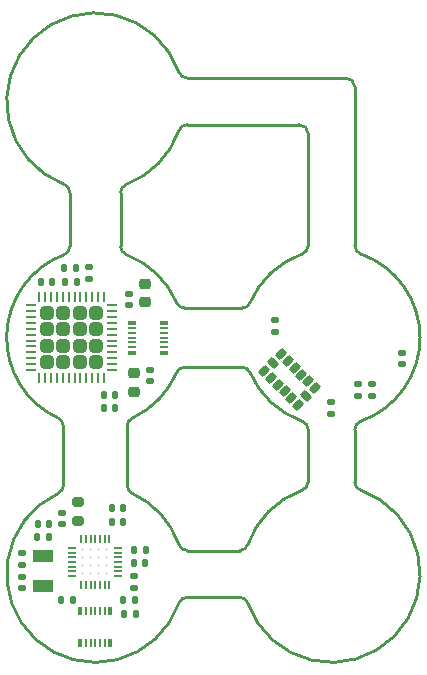
<source format=gbr>
%TF.GenerationSoftware,KiCad,Pcbnew,9.0.1*%
%TF.CreationDate,2025-04-17T12:30:49-04:00*%
%TF.ProjectId,IngestibleCapsule-Board_v2,496e6765-7374-4696-926c-654361707375,rev?*%
%TF.SameCoordinates,Original*%
%TF.FileFunction,Paste,Top*%
%TF.FilePolarity,Positive*%
%FSLAX46Y46*%
G04 Gerber Fmt 4.6, Leading zero omitted, Abs format (unit mm)*
G04 Created by KiCad (PCBNEW 9.0.1) date 2025-04-17 12:30:49*
%MOMM*%
%LPD*%
G01*
G04 APERTURE LIST*
G04 Aperture macros list*
%AMRoundRect*
0 Rectangle with rounded corners*
0 $1 Rounding radius*
0 $2 $3 $4 $5 $6 $7 $8 $9 X,Y pos of 4 corners*
0 Add a 4 corners polygon primitive as box body*
4,1,4,$2,$3,$4,$5,$6,$7,$8,$9,$2,$3,0*
0 Add four circle primitives for the rounded corners*
1,1,$1+$1,$2,$3*
1,1,$1+$1,$4,$5*
1,1,$1+$1,$6,$7*
1,1,$1+$1,$8,$9*
0 Add four rect primitives between the rounded corners*
20,1,$1+$1,$2,$3,$4,$5,0*
20,1,$1+$1,$4,$5,$6,$7,0*
20,1,$1+$1,$6,$7,$8,$9,0*
20,1,$1+$1,$8,$9,$2,$3,0*%
G04 Aperture macros list end*
%ADD10R,0.000001X0.000001*%
%ADD11R,0.700000X0.200000*%
%ADD12R,0.200000X0.700000*%
%ADD13RoundRect,0.147500X-0.147500X-0.172500X0.147500X-0.172500X0.147500X0.172500X-0.147500X0.172500X0*%
%ADD14RoundRect,0.135000X0.135000X0.185000X-0.135000X0.185000X-0.135000X-0.185000X0.135000X-0.185000X0*%
%ADD15RoundRect,0.140000X-0.140000X-0.170000X0.140000X-0.170000X0.140000X0.170000X-0.140000X0.170000X0*%
%ADD16RoundRect,0.150000X-0.123744X-0.335876X0.335876X0.123744X0.123744X0.335876X-0.335876X-0.123744X0*%
%ADD17RoundRect,0.150000X0.123744X-0.335876X0.335876X-0.123744X-0.123744X0.335876X-0.335876X0.123744X0*%
%ADD18RoundRect,0.250000X-0.315000X-0.315000X0.315000X-0.315000X0.315000X0.315000X-0.315000X0.315000X0*%
%ADD19RoundRect,0.062500X-0.375000X-0.062500X0.375000X-0.062500X0.375000X0.062500X-0.375000X0.062500X0*%
%ADD20RoundRect,0.062500X-0.062500X-0.375000X0.062500X-0.375000X0.062500X0.375000X-0.062500X0.375000X0*%
%ADD21RoundRect,0.140000X0.170000X-0.140000X0.170000X0.140000X-0.170000X0.140000X-0.170000X-0.140000X0*%
%ADD22RoundRect,0.140000X0.140000X0.170000X-0.140000X0.170000X-0.140000X-0.170000X0.140000X-0.170000X0*%
%ADD23RoundRect,0.200000X0.275000X-0.200000X0.275000X0.200000X-0.275000X0.200000X-0.275000X-0.200000X0*%
%ADD24RoundRect,0.135000X-0.135000X-0.185000X0.135000X-0.185000X0.135000X0.185000X-0.135000X0.185000X0*%
%ADD25RoundRect,0.135000X0.185000X-0.135000X0.185000X0.135000X-0.185000X0.135000X-0.185000X-0.135000X0*%
%ADD26RoundRect,0.140000X-0.170000X0.140000X-0.170000X-0.140000X0.170000X-0.140000X0.170000X0.140000X0*%
%ADD27R,0.660000X0.350000*%
%ADD28R,0.660000X0.230000*%
%ADD29R,1.800000X1.000000*%
%ADD30R,0.350000X0.660000*%
%ADD31R,0.230000X0.660000*%
%ADD32RoundRect,0.135000X-0.185000X0.135000X-0.185000X-0.135000X0.185000X-0.135000X0.185000X0.135000X0*%
%ADD33RoundRect,0.225000X0.250000X-0.225000X0.250000X0.225000X-0.250000X0.225000X-0.250000X-0.225000X0*%
%ADD34RoundRect,0.147500X-0.172500X0.147500X-0.172500X-0.147500X0.172500X-0.147500X0.172500X0.147500X0*%
%TA.AperFunction,Profile*%
%ADD35C,0.250000*%
%TD*%
G04 APERTURE END LIST*
D10*
%TO.C,U5*%
X88987500Y-117987500D03*
X88987500Y-118662500D03*
X88987500Y-119337500D03*
X88987500Y-120012500D03*
X89662500Y-117987500D03*
X89662500Y-118662500D03*
X89662500Y-119337500D03*
X89662500Y-120012500D03*
X90337500Y-117987500D03*
X90337500Y-118662500D03*
X90337500Y-119337500D03*
X90337500Y-120012500D03*
X91012500Y-117987500D03*
X91012500Y-118662500D03*
X91012500Y-119337500D03*
X91012500Y-120012500D03*
D11*
X88050000Y-117800000D03*
X88050000Y-118200000D03*
X88050000Y-118600000D03*
X88050000Y-119000000D03*
X88050000Y-119400000D03*
X88050000Y-119800000D03*
X88050000Y-120200000D03*
D12*
X88800000Y-120950000D03*
X89200000Y-120950000D03*
X89600000Y-120950000D03*
X90000000Y-120950000D03*
X90400000Y-120950000D03*
X90800000Y-120950000D03*
X91200000Y-120950000D03*
D11*
X91950000Y-120200000D03*
X91950000Y-119800000D03*
X91950000Y-119400000D03*
X91950000Y-119000000D03*
X91950000Y-118600000D03*
X91950000Y-118200000D03*
X91950000Y-117800000D03*
D12*
X91200000Y-117050000D03*
X90800000Y-117050000D03*
X90400000Y-117050000D03*
X90000000Y-117050000D03*
X89600000Y-117050000D03*
X89200000Y-117050000D03*
X88800000Y-117050000D03*
%TD*%
D13*
%TO.C,L1*%
X91415000Y-115600000D03*
X92385000Y-115600000D03*
%TD*%
D14*
%TO.C,R4*%
X88410000Y-94100000D03*
X87390000Y-94100000D03*
%TD*%
D15*
%TO.C,C1*%
X85390000Y-95250000D03*
X86350000Y-95250000D03*
%TD*%
%TO.C,C17*%
X91425000Y-114450000D03*
X92385000Y-114450000D03*
%TD*%
D14*
%TO.C,R10*%
X93420000Y-123400000D03*
X92400000Y-123400000D03*
%TD*%
D16*
%TO.C,U3*%
X104328680Y-102842893D03*
X104894365Y-103408579D03*
X105460051Y-103974264D03*
X106025736Y-104539949D03*
X106591421Y-105105635D03*
X107157107Y-105671320D03*
D17*
X107864214Y-104964214D03*
D16*
X108571320Y-104257107D03*
X108005635Y-103691421D03*
X107439949Y-103125736D03*
X106874264Y-102560051D03*
X106308579Y-101994365D03*
X105742893Y-101428680D03*
D17*
X105035786Y-102135786D03*
%TD*%
D18*
%TO.C,U1*%
X85900000Y-97900000D03*
X85900000Y-99300000D03*
X85900000Y-100700000D03*
X85900000Y-102100000D03*
X87300000Y-97900000D03*
X87300000Y-99300000D03*
X87300000Y-100700000D03*
X87300000Y-102100000D03*
X88700000Y-97900000D03*
X88700000Y-99300000D03*
X88700000Y-100700000D03*
X88700000Y-102100000D03*
X90100000Y-97900000D03*
X90100000Y-99300000D03*
X90100000Y-100700000D03*
X90100000Y-102100000D03*
D19*
X84562500Y-97250000D03*
X84562500Y-97750000D03*
X84562500Y-98250000D03*
X84562500Y-98750000D03*
X84562500Y-99250000D03*
X84562500Y-99750000D03*
X84562500Y-100250000D03*
X84562500Y-100750000D03*
X84562500Y-101250000D03*
X84562500Y-101750000D03*
X84562500Y-102250000D03*
X84562500Y-102750000D03*
D20*
X85250000Y-103437500D03*
X85750000Y-103437500D03*
X86250000Y-103437500D03*
X86750000Y-103437500D03*
X87250000Y-103437500D03*
X87750000Y-103437500D03*
X88250000Y-103437500D03*
X88750000Y-103437500D03*
X89250000Y-103437500D03*
X89750000Y-103437500D03*
X90250000Y-103437500D03*
X90750000Y-103437500D03*
D19*
X91437500Y-102750000D03*
X91437500Y-102250000D03*
X91437500Y-101750000D03*
X91437500Y-101250000D03*
X91437500Y-100750000D03*
X91437500Y-100250000D03*
X91437500Y-99750000D03*
X91437500Y-99250000D03*
X91437500Y-98750000D03*
X91437500Y-98250000D03*
X91437500Y-97750000D03*
X91437500Y-97250000D03*
D20*
X90750000Y-96562500D03*
X90250000Y-96562500D03*
X89750000Y-96562500D03*
X89250000Y-96562500D03*
X88750000Y-96562500D03*
X88250000Y-96562500D03*
X87750000Y-96562500D03*
X87250000Y-96562500D03*
X86750000Y-96562500D03*
X86250000Y-96562500D03*
X85750000Y-96562500D03*
X85250000Y-96562500D03*
%TD*%
D21*
%TO.C,C3*%
X92850000Y-97280000D03*
X92850000Y-96320000D03*
%TD*%
D22*
%TO.C,C5*%
X91680000Y-104850000D03*
X90720000Y-104850000D03*
%TD*%
D23*
%TO.C,R11*%
X88500000Y-115550000D03*
X88500000Y-113900000D03*
%TD*%
D24*
%TO.C,R9*%
X87130000Y-122200000D03*
X88150000Y-122200000D03*
%TD*%
D21*
%TO.C,C20*%
X93300000Y-121160000D03*
X93300000Y-120200000D03*
%TD*%
D25*
%TO.C,R5*%
X112250000Y-104950000D03*
X112250000Y-103930000D03*
%TD*%
D26*
%TO.C,C13*%
X116000000Y-101270000D03*
X116000000Y-102230000D03*
%TD*%
D22*
%TO.C,C23*%
X86080000Y-115820000D03*
X85120000Y-115820000D03*
%TD*%
D15*
%TO.C,C19*%
X92390000Y-122250000D03*
X93350000Y-122250000D03*
%TD*%
D27*
%TO.C,J1*%
X93145000Y-101275000D03*
X95855000Y-101275000D03*
X93145000Y-98725000D03*
X95855000Y-98725000D03*
D28*
X93145000Y-100800000D03*
X95855000Y-100800000D03*
X93145000Y-100400000D03*
X95855000Y-100400000D03*
X93145000Y-100000000D03*
X95855000Y-100000000D03*
X93145000Y-99600000D03*
X95855000Y-99600000D03*
X93145000Y-99200000D03*
X95855000Y-99200000D03*
%TD*%
D26*
%TO.C,C22*%
X83828228Y-118260000D03*
X83828228Y-119220000D03*
%TD*%
D29*
%TO.C,Y3*%
X85578228Y-121000000D03*
X85578228Y-118500000D03*
%TD*%
D26*
%TO.C,C14*%
X110000000Y-105470000D03*
X110000000Y-106430000D03*
%TD*%
D14*
%TO.C,R12*%
X86100000Y-116920000D03*
X85080000Y-116920000D03*
%TD*%
D21*
%TO.C,C21*%
X83828228Y-121240000D03*
X83828228Y-120280000D03*
%TD*%
%TO.C,C24*%
X87150000Y-115800000D03*
X87150000Y-114840000D03*
%TD*%
D30*
%TO.C,J4*%
X91275000Y-125855000D03*
X91275000Y-123145000D03*
X88725000Y-125855000D03*
X88725000Y-123145000D03*
D31*
X90800000Y-125855000D03*
X90800000Y-123145000D03*
X90400000Y-125855000D03*
X90400000Y-123145000D03*
X90000000Y-125855000D03*
X90000000Y-123145000D03*
X89600000Y-125855000D03*
X89600000Y-123145000D03*
X89200000Y-125855000D03*
X89200000Y-123145000D03*
%TD*%
D24*
%TO.C,R2*%
X87400000Y-95250000D03*
X88420000Y-95250000D03*
%TD*%
D15*
%TO.C,C16*%
X93300000Y-118000000D03*
X94260000Y-118000000D03*
%TD*%
D32*
%TO.C,R7*%
X105200000Y-98540000D03*
X105200000Y-99560000D03*
%TD*%
D21*
%TO.C,C6*%
X94650000Y-103680000D03*
X94650000Y-102720000D03*
%TD*%
D33*
%TO.C,C7*%
X93250000Y-104575000D03*
X93250000Y-103025000D03*
%TD*%
D22*
%TO.C,C4*%
X91680000Y-105950000D03*
X90720000Y-105950000D03*
%TD*%
D34*
%TO.C,D1*%
X89500000Y-94050000D03*
X89500000Y-95020000D03*
%TD*%
D33*
%TO.C,C8*%
X94250000Y-96975000D03*
X94250000Y-95425000D03*
%TD*%
D25*
%TO.C,R6*%
X113450000Y-104960000D03*
X113450000Y-103940000D03*
%TD*%
D15*
%TO.C,C18*%
X93280000Y-119090000D03*
X94240000Y-119090000D03*
%TD*%
D35*
X87363636Y-87021366D02*
G75*
G02*
X97079062Y-77522727I2636364J7021366D01*
G01*
X111975000Y-107787000D02*
X111975000Y-112213032D01*
X108025000Y-112213000D02*
G75*
G02*
X107522717Y-112920910I-750000J0D01*
G01*
X97079062Y-122477273D02*
G75*
G02*
X86863636Y-113187275I-7079062J2477273D01*
G01*
X92636364Y-92978634D02*
G75*
G02*
X92150003Y-92276500I263636J702134D01*
G01*
X112477273Y-92920938D02*
G75*
G02*
X111975064Y-92213032I247727J707838D01*
G01*
X107522727Y-107079062D02*
G75*
G02*
X108024936Y-107786968I-247727J-707838D01*
G01*
X97582900Y-97500000D02*
G75*
G02*
X96893544Y-97045446I0J750000D01*
G01*
X112477273Y-112920938D02*
G75*
G02*
X111975064Y-112213032I247727J707838D01*
G01*
X97582875Y-102500000D02*
X102417100Y-102500000D01*
X102920938Y-117522727D02*
G75*
G02*
X107522727Y-112920938I7079062J-2477273D01*
G01*
X112477273Y-112920938D02*
G75*
G02*
X102920938Y-122477273I-2477273J-7079062D01*
G01*
X103106477Y-97045455D02*
G75*
G02*
X107522727Y-92920938I6893523J-2954545D01*
G01*
X97787000Y-118025000D02*
X102213032Y-118025000D01*
X108025000Y-92213000D02*
G75*
G02*
X107522717Y-92920910I-750000J0D01*
G01*
X96893523Y-102954545D02*
G75*
G02*
X93136364Y-106812725I-6893523J2954545D01*
G01*
X92700000Y-107494000D02*
G75*
G02*
X93136365Y-106812727I750000J0D01*
G01*
X93136364Y-113187275D02*
G75*
G02*
X92699998Y-112506000I313636J681275D01*
G01*
X92700000Y-107494000D02*
X92700000Y-112506000D01*
X103106477Y-97045455D02*
G75*
G02*
X102417125Y-97499931I-689277J295455D01*
G01*
X97786968Y-121975000D02*
X102213000Y-121975000D01*
X97787000Y-118025000D02*
G75*
G02*
X97079090Y-117522717I0J750000D01*
G01*
X97079062Y-82477273D02*
G75*
G02*
X92636364Y-87021366I-7079062J2477273D01*
G01*
X111975000Y-92213032D02*
X111975000Y-78775000D01*
X97786968Y-81975000D02*
X107275000Y-81975000D01*
X93136364Y-113187275D02*
G75*
G02*
X97079062Y-117522727I-3136364J-6812725D01*
G01*
X92150000Y-87723500D02*
G75*
G02*
X92636363Y-87021364I750000J0D01*
G01*
X86863636Y-106812725D02*
G75*
G02*
X87363636Y-92978634I3136364J6812725D01*
G01*
X87850000Y-87723500D02*
X87850000Y-92276500D01*
X97787000Y-78025000D02*
X111225000Y-78025000D01*
X97582900Y-97500000D02*
X102417125Y-97500000D01*
X97787000Y-78025000D02*
G75*
G02*
X97079090Y-77522717I0J750000D01*
G01*
X102213000Y-121975000D02*
G75*
G02*
X102920910Y-122477283I0J-750000D01*
G01*
X112477273Y-92920938D02*
G75*
G02*
X112477273Y-107079062I-2477273J-7079062D01*
G01*
X87300000Y-107494000D02*
X87300000Y-112506000D01*
X107522727Y-107079062D02*
G75*
G02*
X103106477Y-102954545I2477273J7079062D01*
G01*
X111225000Y-78025000D02*
G75*
G02*
X111975000Y-78775000I0J-750000D01*
G01*
X107275000Y-81975000D02*
G75*
G02*
X108025000Y-82725000I0J-750000D01*
G01*
X92636364Y-92978634D02*
G75*
G02*
X96893523Y-97045455I-2636364J-7021366D01*
G01*
X97079062Y-82477273D02*
G75*
G02*
X97786968Y-81975064I707838J-247727D01*
G01*
X111975000Y-107787000D02*
G75*
G02*
X112477283Y-107079090I750000J0D01*
G01*
X108025000Y-92213000D02*
X108025000Y-82725000D01*
X87300000Y-112506000D02*
G75*
G02*
X86863635Y-113187273I-750000J0D01*
G01*
X102417100Y-102500000D02*
G75*
G02*
X103106456Y-102954554I0J-750000D01*
G01*
X87363636Y-87021366D02*
G75*
G02*
X87849997Y-87723500I-263636J-702134D01*
G01*
X96893523Y-102954545D02*
G75*
G02*
X97582875Y-102500069I689277J-295455D01*
G01*
X97079062Y-122477273D02*
G75*
G02*
X97786968Y-121975064I707838J-247727D01*
G01*
X108025000Y-107786968D02*
X108025000Y-112213000D01*
X86863636Y-106812725D02*
G75*
G02*
X87300002Y-107494000I-313636J-681275D01*
G01*
X102920938Y-117522727D02*
G75*
G02*
X102213032Y-118024936I-707838J247727D01*
G01*
X87850000Y-92276500D02*
G75*
G02*
X87363637Y-92978636I-750000J0D01*
G01*
X92150000Y-87723500D02*
X92150000Y-92276500D01*
M02*

</source>
